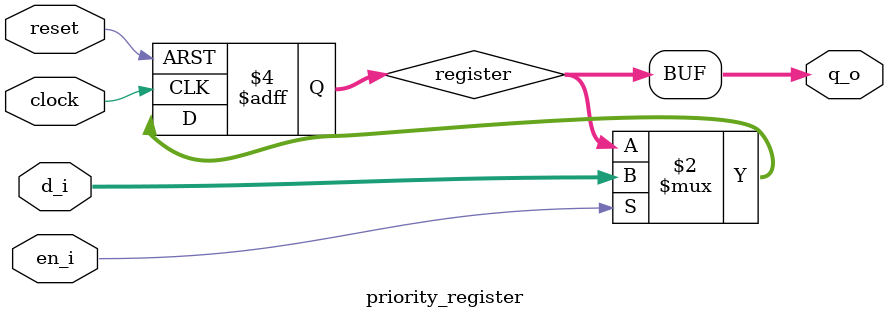
<source format=sv>
module priority_register(
	input logic clock,
	input logic reset,
	input logic [2:0] d_i,
	input logic en_i,
	output logic [2:0] q_o
);

logic [2:0] register;

assign q_o = register;

always_ff @(posedge clock, posedge reset) begin
	if(reset) register <= 3'b111;
	else begin 
		if(en_i) begin
			register <= d_i;
		end
	end
end

endmodule
</source>
